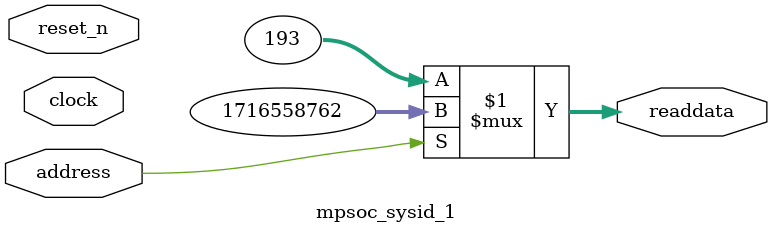
<source format=v>

`timescale 1ns / 1ps
// synthesis translate_on

// turn off superfluous verilog processor warnings 
// altera message_level Level1 
// altera message_off 10034 10035 10036 10037 10230 10240 10030 

module mpsoc_sysid_1 (
               // inputs:
                address,
                clock,
                reset_n,

               // outputs:
                readdata
             )
;

  output  [ 31: 0] readdata;
  input            address;
  input            clock;
  input            reset_n;

  wire    [ 31: 0] readdata;
  //control_slave, which is an e_avalon_slave
  assign readdata = address ? 1716558762 : 193;

endmodule




</source>
